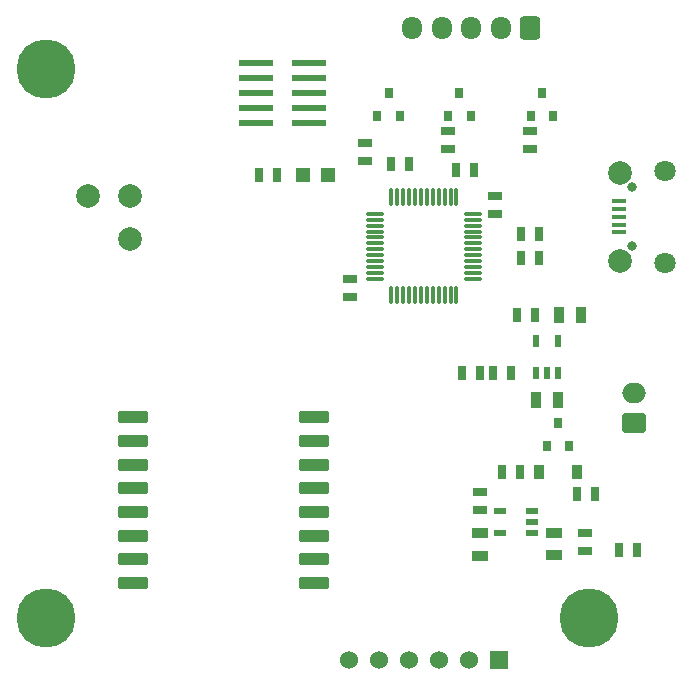
<source format=gts>
G04 #@! TF.GenerationSoftware,KiCad,Pcbnew,6.0.2-378541a8eb~116~ubuntu20.04.1*
G04 #@! TF.CreationDate,2022-03-07T01:05:26+01:00*
G04 #@! TF.ProjectId,lora_sensor,6c6f7261-5f73-4656-9e73-6f722e6b6963,rev?*
G04 #@! TF.SameCoordinates,Original*
G04 #@! TF.FileFunction,Soldermask,Top*
G04 #@! TF.FilePolarity,Negative*
%FSLAX46Y46*%
G04 Gerber Fmt 4.6, Leading zero omitted, Abs format (unit mm)*
G04 Created by KiCad (PCBNEW 6.0.2-378541a8eb~116~ubuntu20.04.1) date 2022-03-07 01:05:26*
%MOMM*%
%LPD*%
G01*
G04 APERTURE LIST*
G04 Aperture macros list*
%AMRoundRect*
0 Rectangle with rounded corners*
0 $1 Rounding radius*
0 $2 $3 $4 $5 $6 $7 $8 $9 X,Y pos of 4 corners*
0 Add a 4 corners polygon primitive as box body*
4,1,4,$2,$3,$4,$5,$6,$7,$8,$9,$2,$3,0*
0 Add four circle primitives for the rounded corners*
1,1,$1+$1,$2,$3*
1,1,$1+$1,$4,$5*
1,1,$1+$1,$6,$7*
1,1,$1+$1,$8,$9*
0 Add four rect primitives between the rounded corners*
20,1,$1+$1,$2,$3,$4,$5,0*
20,1,$1+$1,$4,$5,$6,$7,0*
20,1,$1+$1,$6,$7,$8,$9,0*
20,1,$1+$1,$8,$9,$2,$3,0*%
G04 Aperture macros list end*
%ADD10C,5.000000*%
%ADD11R,1.143000X0.635000*%
%ADD12R,0.635000X1.143000*%
%ADD13R,1.397000X0.889000*%
%ADD14R,0.889000X1.397000*%
%ADD15R,0.800000X0.900000*%
%ADD16RoundRect,0.250000X0.600000X0.725000X-0.600000X0.725000X-0.600000X-0.725000X0.600000X-0.725000X0*%
%ADD17O,1.700000X1.950000*%
%ADD18R,1.524000X1.524000*%
%ADD19C,1.524000*%
%ADD20RoundRect,0.250000X0.750000X-0.600000X0.750000X0.600000X-0.750000X0.600000X-0.750000X-0.600000X0*%
%ADD21O,2.000000X1.700000*%
%ADD22R,0.910000X1.220000*%
%ADD23C,0.800000*%
%ADD24R,1.300000X0.450000*%
%ADD25C,2.000000*%
%ADD26C,1.800000*%
%ADD27R,3.000000X0.600000*%
%ADD28R,1.198880X1.198880*%
%ADD29R,1.100000X0.600000*%
%ADD30R,0.600000X1.100000*%
%ADD31RoundRect,0.250000X-1.050000X-0.250000X1.050000X-0.250000X1.050000X0.250000X-1.050000X0.250000X0*%
%ADD32RoundRect,0.075000X-0.075000X0.662500X-0.075000X-0.662500X0.075000X-0.662500X0.075000X0.662500X0*%
%ADD33RoundRect,0.075000X-0.662500X0.075000X-0.662500X-0.075000X0.662500X-0.075000X0.662500X0.075000X0*%
G04 APERTURE END LIST*
D10*
G04 #@! TO.C,REF\u002A\u002A*
X154000000Y-126500000D03*
G04 #@! TD*
G04 #@! TO.C,REF\u002A\u002A*
X108000000Y-126500000D03*
G04 #@! TD*
G04 #@! TO.C,REF\u002A\u002A*
X108000000Y-80000000D03*
G04 #@! TD*
D11*
G04 #@! TO.C,R112*
X149000000Y-85238000D03*
X149000000Y-86762000D03*
G04 #@! TD*
G04 #@! TO.C,R111*
X141999997Y-85237999D03*
X141999997Y-86761999D03*
G04 #@! TD*
G04 #@! TO.C,R110*
X135000000Y-86238000D03*
X135000000Y-87762000D03*
G04 #@! TD*
D12*
G04 #@! TO.C,R109*
X148238000Y-96000000D03*
X149762000Y-96000000D03*
G04 #@! TD*
G04 #@! TO.C,R108*
X148238000Y-94000000D03*
X149762000Y-94000000D03*
G04 #@! TD*
G04 #@! TO.C,R107*
X158012000Y-120750000D03*
X156488000Y-120750000D03*
G04 #@! TD*
D11*
G04 #@! TO.C,R106*
X153675000Y-120799000D03*
X153675000Y-119275000D03*
G04 #@! TD*
D12*
G04 #@! TO.C,R105*
X126037020Y-89000000D03*
X127561020Y-89000000D03*
G04 #@! TD*
G04 #@! TO.C,R104*
X143238000Y-105700000D03*
X144762000Y-105700000D03*
G04 #@! TD*
G04 #@! TO.C,R103*
X145838000Y-105700000D03*
X147362000Y-105700000D03*
G04 #@! TD*
G04 #@! TO.C,R102*
X148137000Y-114075000D03*
X146613000Y-114075000D03*
G04 #@! TD*
G04 #@! TO.C,R101*
X147911000Y-100838500D03*
X149435000Y-100838500D03*
G04 #@! TD*
G04 #@! TO.C,C114*
X137238000Y-88000000D03*
X138762000Y-88000000D03*
G04 #@! TD*
D11*
G04 #@! TO.C,C113*
X133750000Y-99262000D03*
X133750000Y-97738000D03*
G04 #@! TD*
G04 #@! TO.C,C112*
X146000000Y-90738000D03*
X146000000Y-92262000D03*
G04 #@! TD*
D12*
G04 #@! TO.C,C111*
X144262000Y-88500000D03*
X142738000Y-88500000D03*
G04 #@! TD*
D13*
G04 #@! TO.C,C106*
X144725005Y-121202501D03*
X144725005Y-119297501D03*
G04 #@! TD*
D11*
G04 #@! TO.C,C105*
X144724997Y-115838001D03*
X144724997Y-117362001D03*
G04 #@! TD*
D13*
G04 #@! TO.C,C104*
X150986500Y-121175502D03*
X150986500Y-119270502D03*
G04 #@! TD*
D12*
G04 #@! TO.C,C103*
X154512000Y-115975000D03*
X152988000Y-115975000D03*
G04 #@! TD*
D14*
G04 #@! TO.C,C102*
X149447500Y-108000000D03*
X151352500Y-108000000D03*
G04 #@! TD*
G04 #@! TO.C,C101*
X153298500Y-100827000D03*
X151393500Y-100827000D03*
G04 #@! TD*
D15*
G04 #@! TO.C,Q104*
X149050000Y-84000000D03*
X150950000Y-84000000D03*
X150000000Y-82000000D03*
G04 #@! TD*
G04 #@! TO.C,Q103*
X142050000Y-84000000D03*
X143950000Y-84000000D03*
X143000000Y-82000000D03*
G04 #@! TD*
G04 #@! TO.C,Q102*
X136050000Y-84000000D03*
X137950000Y-84000000D03*
X137000000Y-82000000D03*
G04 #@! TD*
D16*
G04 #@! TO.C,J105*
X148999998Y-76525000D03*
D17*
X146499998Y-76525000D03*
X143999998Y-76525000D03*
X141499998Y-76525000D03*
X138999998Y-76525000D03*
G04 #@! TD*
D18*
G04 #@! TO.C,J103*
X146350000Y-130000000D03*
D19*
X143810000Y-130000000D03*
X141270000Y-130000000D03*
X138730000Y-130000000D03*
X136190000Y-130000000D03*
X133650000Y-130000000D03*
G04 #@! TD*
D20*
G04 #@! TO.C,J102*
X157773001Y-109938500D03*
D21*
X157773001Y-107438500D03*
G04 #@! TD*
D22*
G04 #@! TO.C,D101*
X149715000Y-114075000D03*
X152985000Y-114075000D03*
G04 #@! TD*
D23*
G04 #@! TO.C,J101*
X157620000Y-95005000D03*
X157620000Y-90005000D03*
D24*
X156520000Y-93805000D03*
X156520000Y-93155000D03*
X156520000Y-92505000D03*
X156520000Y-91855000D03*
X156520000Y-91205000D03*
D25*
X156570000Y-96230000D03*
D26*
X160370000Y-96380000D03*
D25*
X156570000Y-88780000D03*
D26*
X160370000Y-88630000D03*
G04 #@! TD*
D25*
G04 #@! TO.C,U105*
X115150000Y-94350000D03*
X115150000Y-90750000D03*
X111550000Y-90750000D03*
G04 #@! TD*
D27*
G04 #@! TO.C,J104*
X125750000Y-79460000D03*
X130250000Y-79460000D03*
X125750000Y-80730000D03*
X130250000Y-80730000D03*
X125750000Y-82000000D03*
X130250000Y-82000000D03*
X125750000Y-83270000D03*
X130250000Y-83270000D03*
X125750000Y-84540000D03*
X130250000Y-84540000D03*
G04 #@! TD*
D28*
G04 #@! TO.C,D102*
X131848041Y-88999998D03*
X129750001Y-88999998D03*
G04 #@! TD*
D29*
G04 #@! TO.C,U104*
X149150000Y-119275000D03*
X149150000Y-118325000D03*
X149150000Y-117375000D03*
X146450000Y-117375000D03*
X146450000Y-119275000D03*
G04 #@! TD*
D30*
G04 #@! TO.C,U101*
X149448000Y-105688500D03*
X150398000Y-105688500D03*
X151348000Y-105688500D03*
X151348000Y-102988500D03*
X149448000Y-102988500D03*
G04 #@! TD*
D31*
G04 #@! TO.C,U103*
X115367500Y-109492500D03*
X115367500Y-111492500D03*
X115367500Y-113492500D03*
X115367500Y-115492500D03*
X115367500Y-117492500D03*
X115367500Y-119492500D03*
X115367500Y-121492500D03*
X115367500Y-123492500D03*
X130667500Y-123492500D03*
X130667500Y-121492500D03*
X130667500Y-119492500D03*
X130667500Y-117492500D03*
X130667500Y-115492500D03*
X130667500Y-113492500D03*
X130667500Y-111492500D03*
X130667500Y-109492500D03*
G04 #@! TD*
D32*
G04 #@! TO.C,U106*
X142750000Y-90837500D03*
X142250000Y-90837500D03*
X141750000Y-90837500D03*
X141250000Y-90837500D03*
X140750000Y-90837500D03*
X140250000Y-90837500D03*
X139750000Y-90837500D03*
X139250000Y-90837500D03*
X138750000Y-90837500D03*
X138250000Y-90837500D03*
X137750000Y-90837500D03*
X137250000Y-90837500D03*
D33*
X135837500Y-92250000D03*
X135837500Y-92750000D03*
X135837500Y-93250000D03*
X135837500Y-93750000D03*
X135837500Y-94250000D03*
X135837500Y-94750000D03*
X135837500Y-95250000D03*
X135837500Y-95750000D03*
X135837500Y-96250000D03*
X135837500Y-96750000D03*
X135837500Y-97250000D03*
X135837500Y-97750000D03*
D32*
X137250000Y-99162500D03*
X137750000Y-99162500D03*
X138250000Y-99162500D03*
X138750000Y-99162500D03*
X139250000Y-99162500D03*
X139750000Y-99162500D03*
X140250000Y-99162500D03*
X140750000Y-99162500D03*
X141250000Y-99162500D03*
X141750000Y-99162500D03*
X142250000Y-99162500D03*
X142750000Y-99162500D03*
D33*
X144162500Y-97750000D03*
X144162500Y-97250000D03*
X144162500Y-96750000D03*
X144162500Y-96250000D03*
X144162500Y-95750000D03*
X144162500Y-95250000D03*
X144162500Y-94750000D03*
X144162500Y-94250000D03*
X144162500Y-93750000D03*
X144162500Y-93250000D03*
X144162500Y-92750000D03*
X144162500Y-92250000D03*
G04 #@! TD*
D15*
G04 #@! TO.C,Q101*
X150398000Y-111938500D03*
X152298000Y-111938500D03*
X151348000Y-109938500D03*
G04 #@! TD*
M02*

</source>
